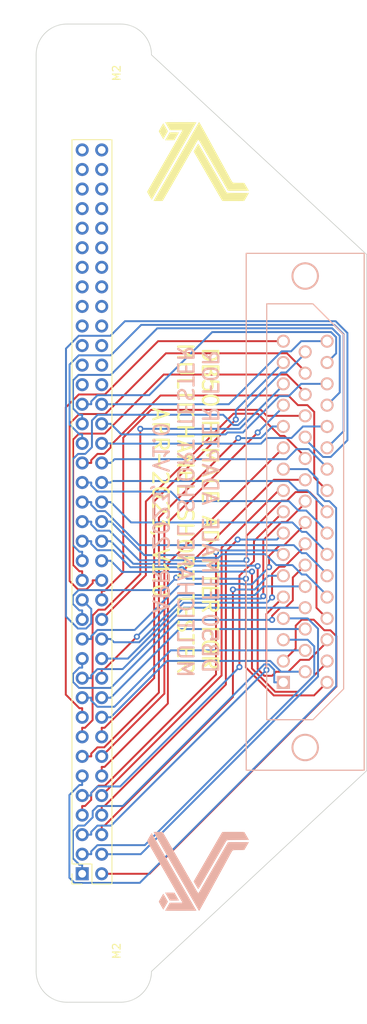
<source format=kicad_pcb>
(kicad_pcb (version 20221018) (generator pcbnew)
  (layers (0 "F.Cu" signal) (31 "B.Cu" signal) (34 "B.Paste" user) (35 "F.Paste" user) (36 "B.SilkS" user "B.Silkscreen") (37 "F.SilkS" user "F.Silkscreen") (38 "B.Mask" user) (39 "F.Mask" user) (44 "Edge.Cuts" user))
  (net 0 "")
  (net 1 "CH01")
  (net 2 "CH02")
  (net 3 "CH03")
  (net 4 "CH04")
  (net 5 "CH05")
  (net 6 "CH06")
  (net 7 "CH07")
  (net 8 "CH08")
  (net 9 "CH09")
  (net 10 "CH10")
  (net 11 "CH11")
  (net 12 "CH12")
  (net 13 "CH13")
  (net 14 "CH14")
  (net 15 "CH15")
  (net 16 "CH16")
  (net 17 "CH17")
  (net 18 "CH18")
  (net 19 "CH19")
  (net 20 "CH20")
  (net 21 "CH21")
  (net 22 "CH22")
  (net 23 "CH23")
  (net 24 "CH24")
  (net 25 "CH25")
  (net 26 "CH26")
  (net 27 "CH27")
  (net 28 "CH28")
  (net 29 "CH29")
  (net 30 "CH30")
  (net 31 "CH31")
  (net 32 "CH32")
  (net 33 "CH33")
  (net 34 "CH34")
  (net 35 "CH35")
  (net 36 "CH36")
  (net 37 "CH37")
  (net 38 "CH38")
  (net 39 "CH39")
  (net 40 "CH40")
  (net 41 "CH41")
  (net 42 "CH42")
  (net 43 "CH43")
  (net 44 "CH44")
  (net 45 "CH45")
  (net 46 "CH46")
  (net 47 "CH47")
  (net 48 "CH48")
  (net 49 "CH49")
  (net 50 "CH50")
  (net 51 "CH51")
  (net 52 "CH52")
  (net 53 "CH53")
  (net 54 "CH54")
  (net 55 "CH55")
  (net 56 "CH56")
  (net 57 "CH57")
  (net 58 "CH58")
  (net 59 "CH59")
  (net 60 "CH60")
  (net 61 "CH61")
  (net 62 "CH62")
  (net 63 "CH63")
  (net 64 "CH64")
  (net 65 "CH65")
  (net 66 "CH66")
  (net 67 "CH67")
  (net 68 "CH68")
  (net 69 "CH69")
  (net 70 "CH70")
  (net 71 "CH71")
  (net 72 "CH72")
  (net 73 "CH73")
  (net 74 "CH74")
  (net 75 "CH75")
  (net 76 "CH76")
  (footprint "MountingHole:MountingHole_2.2mm_M2" (layer "F.Cu") (at 105.275 34.43 -90)
    (fp_text reference "M2")
    (fp_text value "MountingHole_2.2mm_M2")
  )
  (footprint "MountingHole:MountingHole_2.2mm_M2" (layer "F.Cu") (at 105.275 148.41 -90)
    (fp_text reference "M2")
    (fp_text value "MountingHole_2.2mm_M2")
  )
  (footprint "Connector_PinSocket_2.54mm:PinSocket_2x38_P2.54mm_Vertical" (layer "F.Cu") (at 104 138.393 180)
    (fp_text reference "J1" hide)
    (fp_text value "Conn_02x38_Counter_Clockwise")
  )
  (footprint "skLib:lamda15mm" (layer "F.Cu") (at 119 46)
    (fp_text reference "G***" hide)
    (fp_text value "LOGO" hide)
  )
  (footprint "skLib:DB50-female" (layer "B.Cu") (at 133 91.393 -90)
    (fp_text reference "J2" hide)
    (fp_text value "Conn_02x25_Counter_Clockwise" hide)
  )
  (footprint "skLib:lamda15mm" (layer "B.Cu") (at 119 138)
    (fp_text reference "G***" hide)
    (fp_text value "LOGO" hide)
  )
  (gr_line (start 134 64.393) (end 128 64.393) (stroke (width 0.15)) (layer "B.SilkS"))
  (gr_line (start 128 118.393) (end 134 118.393) (stroke (width 0.15)) (layer "B.SilkS"))
  (gr_line (start 138 114.393) (end 138 68.393) (stroke (width 0.15)) (layer "B.SilkS"))
  (gr_line (start 128 64.393) (end 128 118.393) (stroke (width 0.15)) (layer "B.SilkS"))
  (gr_line (start 138 68.393) (end 134 64.393) (stroke (width 0.15)) (layer "B.SilkS"))
  (gr_line (start 134 118.393) (end 138 114.393) (stroke (width 0.15)) (layer "B.SilkS"))
  (gr_line (start 141 58) (end 141 125) (stroke (width 0.1)) (layer "Edge.Cuts"))
  (gr_arc (start 102.01 155.07) (mid 99.181573 153.898427) (end 98.01 151.07) (stroke (width 0.1)) (layer "Edge.Cuts"))
  (gr_line (start 98.01 32.07) (end 98.01 151.07) (stroke (width 0.1)) (layer "Edge.Cuts"))
  (gr_line (start 109.01 28.07) (end 102.01 28.07) (stroke (width 0.1)) (layer "Edge.Cuts"))
  (gr_line (start 141 125) (end 113.01 151.07) (stroke (width 0.1)) (layer "Edge.Cuts"))
  (gr_line (start 109.01 155.07) (end 102.01 155.07) (stroke (width 0.1)) (layer "Edge.Cuts"))
  (gr_line (start 113.01 32.07) (end 141 58) (stroke (width 0.1)) (layer "Edge.Cuts"))
  (gr_arc (start 109.01 28.07) (mid 111.838427 29.241573) (end 113.01 32.07) (stroke (width 0.1)) (layer "Edge.Cuts"))
  (gr_arc (start 113.01 151.07) (mid 111.838427 153.898427) (end 109.01 155.07) (stroke (width 0.1)) (layer "Edge.Cuts"))
  (gr_arc (start 98.01 32.07) (mid 99.181573 29.241573) (end 102.01 28.07) (stroke (width 0.1)) (layer "Edge.Cuts"))
  (gr_text "DB50 FEMALE ADAPTER FOR\nMULTICHANEL SHORT TESTER\nAPR-2023, V1.0 " (at 113 91.393 270) (layer "B.SilkS") (effects (font (size 2 2) (thickness 0.3)) (justify bottom mirror)))
  (gr_text "DB50 FEMALE ADAPTER FOR\nMULTICHANEL SHORT TESTER\nAPR-2023, V1.0 " (at 113 91 -90) (layer "F.SilkS") (effects (font (size 2 2) (thickness 0.3)) (justify bottom)))
  (segment (start 104 138.393) (end 104 137.2179) (width 0.25) (layer "B.Cu") (net 1))
  (segment (start 104.2992 132.1379) (end 103.49 132.1379) (width 0.25) (layer "B.Cu") (net 1))
  (segment (start 105.3648 131.0723) (end 104.2992 132.1379) (width 0.25) (layer "B.Cu") (net 1))
  (segment (start 128.2637 111.207) (end 127.6631 111.207) (width 0.25) (layer "B.Cu") (net 1))
  (segment (start 102.7974 136.3825) (end 103.6328 137.2179) (width 0.25) (layer "B.Cu") (net 1))
  (segment (start 128.9792 113.5418) (end 128.9792 111.9225) (width 0.25) (layer "B.Cu") (net 1))
  (segment (start 102.7974 132.8305) (end 102.7974 136.3825) (width 0.25) (layer "B.Cu") (net 1))
  (segment (start 128.9792 111.9225) (end 128.2637 111.207) (width 0.25) (layer "B.Cu") (net 1))
  (segment (start 105.3648 130.2471) (end 105.3648 131.0723) (width 0.25) (layer "B.Cu") (net 1))
  (segment (start 103.49 132.1379) (end 102.7974 132.8305) (width 0.25) (layer "B.Cu") (net 1))
  (segment (start 106.0182 129.5937) (end 105.3648 130.2471) (width 0.25) (layer "B.Cu") (net 1))
  (segment (start 109.2764 129.5937) (end 106.0182 129.5937) (width 0.25) (layer "B.Cu") (net 1))
  (segment (start 127.6631 111.207) (end 109.2764 129.5937) (width 0.25) (layer "B.Cu") (net 1))
  (segment (start 130.1552 113.5418) (end 128.9792 113.5418) (width 0.25) (layer "B.Cu") (net 1))
  (segment (start 103.6328 137.2179) (end 104 137.2179) (width 0.25) (layer "B.Cu") (net 1))
  (segment (start 134.1068 105.4021) (end 132.544 105.4021) (width 0.25) (layer "F.Cu") (net 2))
  (segment (start 137.0617 107.5584) (end 136.2829 106.7796) (width 0.25) (layer "F.Cu") (net 2))
  (segment (start 136.2829 106.7796) (end 135.4843 106.7796) (width 0.25) (layer "F.Cu") (net 2))
  (segment (start 132.544 105.4021) (end 131.766 106.1801) (width 0.25) (layer "F.Cu") (net 2))
  (segment (start 131.766 106.1801) (end 131.766 109.1624) (width 0.25) (layer "F.Cu") (net 2))
  (segment (start 112.7486 138.393) (end 137.0617 114.0799) (width 0.25) (layer "F.Cu") (net 2))
  (segment (start 131.766 109.1624) (end 130.1552 110.7732) (width 0.25) (layer "F.Cu") (net 2))
  (segment (start 137.0617 114.0799) (end 137.0617 107.5584) (width 0.25) (layer "F.Cu") (net 2))
  (segment (start 106.54 138.393) (end 112.7486 138.393) (width 0.25) (layer "F.Cu") (net 2))
  (segment (start 135.4843 106.7796) (end 134.1068 105.4021) (width 0.25) (layer "F.Cu") (net 2))
  (segment (start 112.1451 134.6779) (end 134.181 112.642) (width 0.25) (layer "B.Cu") (net 3))
  (segment (start 134.181 112.642) (end 134.181 108.865) (width 0.25) (layer "B.Cu") (net 3))
  (segment (start 105.9829 134.6779) (end 112.1451 134.6779) (width 0.25) (layer "B.Cu") (net 3))
  (segment (start 104 135.853) (end 105.1751 135.853) (width 0.25) (layer "B.Cu") (net 3))
  (segment (start 133.3206 108.0046) (end 130.1552 108.0046) (width 0.25) (layer "B.Cu") (net 3))
  (segment (start 105.1751 135.853) (end 105.1751 135.4857) (width 0.25) (layer "B.Cu") (net 3))
  (segment (start 134.181 108.865) (end 133.3206 108.0046) (width 0.25) (layer "B.Cu") (net 3))
  (segment (start 105.1751 135.4857) (end 105.9829 134.6779) (width 0.25) (layer "B.Cu") (net 3))
  (segment (start 134.6686 106.577) (end 133.3276 105.236) (width 0.25) (layer "B.Cu") (net 4))
  (segment (start 106.54 135.853) (end 111.6102 135.853) (width 0.25) (layer "B.Cu") (net 4))
  (segment (start 133.3276 105.236) (end 130.1552 105.236) (width 0.25) (layer "B.Cu") (net 4))
  (segment (start 111.6102 135.853) (end 134.6686 112.7946) (width 0.25) (layer "B.Cu") (net 4))
  (segment (start 134.6686 112.7946) (end 134.6686 106.577) (width 0.25) (layer "B.Cu") (net 4))
  (segment (start 127.9633 111.9321) (end 127.9633 104.6593) (width 0.25) (layer "F.Cu") (net 5))
  (segment (start 127.9633 104.6593) (end 130.1552 102.4674) (width 0.25) (layer "F.Cu") (net 5))
  (via (at 127.9633 111.9321) (size 0.8) (drill 0.4) (layers "F.Cu" "B.Cu") (net 5))
  (segment (start 105.9829 132.1379) (end 107.7575 132.1379) (width 0.25) (layer "B.Cu") (net 5))
  (segment (start 105.1751 133.313) (end 105.1751 132.9457) (width 0.25) (layer "B.Cu") (net 5))
  (segment (start 104 133.313) (end 105.1751 133.313) (width 0.25) (layer "B.Cu") (net 5))
  (segment (start 107.7575 132.1379) (end 127.9633 111.9321) (width 0.25) (layer "B.Cu") (net 5))
  (segment (start 105.1751 132.9457) (end 105.9829 132.1379) (width 0.25) (layer "B.Cu") (net 5))
  (segment (start 106.54 132.1379) (end 106.9072 132.1379) (width 0.25) (layer "F.Cu") (net 6))
  (segment (start 106.54 133.313) (end 106.54 132.1379) (width 0.25) (layer "F.Cu") (net 6))
  (segment (start 123.6012 115.4439) (end 123.6012 101.4887) (width 0.25) (layer "F.Cu") (net 6))
  (segment (start 106.9072 132.1379) (end 123.6012 115.4439) (width 0.25) (layer "F.Cu") (net 6))
  (via (at 123.6012 101.4887) (size 0.8) (drill 0.4) (layers "F.Cu" "B.Cu") (net 6))
  (segment (start 123.6012 101.4887) (end 126.4257 101.4887) (width 0.25) (layer "B.Cu") (net 6))
  (segment (start 126.4257 101.4887) (end 128.2156 99.6988) (width 0.25) (layer "B.Cu") (net 6))
  (segment (start 128.2156 99.6988) (end 130.1552 99.6988) (width 0.25) (layer "B.Cu") (net 6))
  (segment (start 105.1751 128.7901) (end 104.3673 129.5979) (width 0.25) (layer "F.Cu") (net 7))
  (segment (start 121.3996 112.5217) (end 106.9583 126.963) (width 0.25) (layer "F.Cu") (net 7))
  (segment (start 106.1091 126.963) (end 105.1751 127.897) (width 0.25) (layer "F.Cu") (net 7))
  (segment (start 121.3996 96.6451) (end 121.3996 112.5217) (width 0.25) (layer "F.Cu") (net 7))
  (segment (start 106.9583 126.963) (end 106.1091 126.963) (width 0.25) (layer "F.Cu") (net 7))
  (segment (start 105.1751 127.897) (end 105.1751 128.7901) (width 0.25) (layer "F.Cu") (net 7))
  (segment (start 104 130.773) (end 104 129.5979) (width 0.25) (layer "F.Cu") (net 7))
  (segment (start 104.3673 129.5979) (end 104 129.5979) (width 0.25) (layer "F.Cu") (net 7))
  (via (at 121.3996 96.6451) (size 0.8) (drill 0.4) (layers "F.Cu" "B.Cu") (net 7))
  (segment (start 121.3996 96.6451) (end 121.6344 96.4103) (width 0.25) (layer "B.Cu") (net 7))
  (segment (start 121.6344 96.4103) (end 129.6353 96.4103) (width 0.25) (layer "B.Cu") (net 7))
  (segment (start 129.6353 96.4103) (end 130.1552 96.9302) (width 0.25) (layer "B.Cu") (net 7))
  (segment (start 106.54 130.773) (end 106.54 129.5979) (width 0.25) (layer "F.Cu") (net 8))
  (segment (start 122.685 113.8201) (end 106.9072 129.5979) (width 0.25) (layer "F.Cu") (net 8))
  (segment (start 106.9072 129.5979) (end 106.54 129.5979) (width 0.25) (layer "F.Cu") (net 8))
  (segment (start 124.2181 95.0002) (end 122.685 96.5333) (width 0.25) (layer "F.Cu") (net 8))
  (segment (start 122.685 96.5333) (end 122.685 113.8201) (width 0.25) (layer "F.Cu") (net 8))
  (via (at 124.2181 95.0002) (size 0.8) (drill 0.4) (layers "F.Cu" "B.Cu") (net 8))
  (segment (start 124.2181 95.0002) (end 129.3166 95.0002) (width 0.25) (layer "B.Cu") (net 8))
  (segment (start 129.3166 95.0002) (end 130.1552 94.1616) (width 0.25) (layer "B.Cu") (net 8))
  (segment (start 124.4489 99.6832) (end 126.3397 97.7924) (width 0.25) (layer "F.Cu") (net 9))
  (segment (start 124.4489 111.5531) (end 124.4489 99.6832) (width 0.25) (layer "F.Cu") (net 9))
  (segment (start 126.3397 95.2085) (end 130.1552 91.393) (width 0.25) (layer "F.Cu") (net 9))
  (segment (start 126.3397 97.7924) (end 126.3397 95.2085) (width 0.25) (layer "F.Cu") (net 9))
  (via (at 124.4489 111.5531) (size 0.8) (drill 0.4) (layers "F.Cu" "B.Cu") (net 9))
  (segment (start 104 128.233) (end 105.1751 128.233) (width 0.25) (layer "B.Cu") (net 9))
  (segment (start 105.1751 127.8657) (end 105.9829 127.0579) (width 0.25) (layer "B.Cu") (net 9))
  (segment (start 108.9441 127.0579) (end 124.4489 111.5531) (width 0.25) (layer "B.Cu") (net 9))
  (segment (start 105.9829 127.0579) (end 108.9441 127.0579) (width 0.25) (layer "B.Cu") (net 9))
  (segment (start 105.1751 128.233) (end 105.1751 127.8657) (width 0.25) (layer "B.Cu") (net 9))
  (segment (start 122.1247 112.6483) (end 106.54 128.233) (width 0.25) (layer "F.Cu") (net 10))
  (segment (start 129.5445 88.6244) (end 122.1247 96.0442) (width 0.25) (layer "F.Cu") (net 10))
  (segment (start 122.1247 96.0442) (end 122.1247 112.6483) (width 0.25) (layer "F.Cu") (net 10))
  (segment (start 130.1552 88.6244) (end 129.5445 88.6244) (width 0.25) (layer "F.Cu") (net 10))
  (segment (start 137.0253 114.0343) (end 137.0253 90.9012) (width 0.25) (layer "B.Cu") (net 11))
  (segment (start 111.4914 139.5682) (end 137.0253 114.0343) (width 0.25) (layer "B.Cu") (net 11))
  (segment (start 102.9951 139.5682) (end 111.4914 139.5682) (width 0.25) (layer "B.Cu") (net 11))
  (segment (start 104 125.693) (end 104 126.8681) (width 0.25) (layer "B.Cu") (net 11))
  (segment (start 104 126.8681) (end 103.6328 126.8681) (width 0.25) (layer "B.Cu") (net 11))
  (segment (start 103.6328 126.8681) (end 102.3368 128.1641) (width 0.25) (layer "B.Cu") (net 11))
  (segment (start 134.6108 89.0646) (end 134.6108 87.1393) (width 0.25) (layer "B.Cu") (net 11))
  (segment (start 133.3273 85.8558) (end 130.1552 85.8558) (width 0.25) (layer "B.Cu") (net 11))
  (segment (start 102.3368 138.9099) (end 102.9951 139.5682) (width 0.25) (layer "B.Cu") (net 11))
  (segment (start 134.6108 87.1393) (end 133.3273 85.8558) (width 0.25) (layer "B.Cu") (net 11))
  (segment (start 135.5549 90.0087) (end 134.6108 89.0646) (width 0.25) (layer "B.Cu") (net 11))
  (segment (start 136.1328 90.0087) (end 135.5549 90.0087) (width 0.25) (layer "B.Cu") (net 11))
  (segment (start 102.3368 128.1641) (end 102.3368 138.9099) (width 0.25) (layer "B.Cu") (net 11))
  (segment (start 137.0253 90.9012) (end 136.1328 90.0087) (width 0.25) (layer "B.Cu") (net 11))
  (segment (start 115.1392 98.1032) (end 130.1552 83.0872) (width 0.25) (layer "F.Cu") (net 12))
  (segment (start 106.54 124.5179) (end 106.9072 124.5179) (width 0.25) (layer "F.Cu") (net 12))
  (segment (start 106.9072 124.5179) (end 115.1392 116.2859) (width 0.25) (layer "F.Cu") (net 12))
  (segment (start 115.1392 116.2859) (end 115.1392 98.1032) (width 0.25) (layer "F.Cu") (net 12))
  (segment (start 106.54 125.693) (end 106.54 124.5179) (width 0.25) (layer "F.Cu") (net 12))
  (segment (start 104 123.153) (end 105.1751 123.153) (width 0.25) (layer "F.Cu") (net 13))
  (segment (start 105.1751 122.7857) (end 105.9829 121.9779) (width 0.25) (layer "F.Cu") (net 13))
  (segment (start 105.9829 121.9779) (end 106.8634 121.9779) (width 0.25) (layer "F.Cu") (net 13))
  (segment (start 113.9753 114.866) (end 113.9753 92.1545) (width 0.25) (layer "F.Cu") (net 13))
  (segment (start 113.9753 92.1545) (end 124.3041 81.8257) (width 0.25) (layer "F.Cu") (net 13))
  (segment (start 105.1751 123.153) (end 105.1751 122.7857) (width 0.25) (layer "F.Cu") (net 13))
  (segment (start 106.8634 121.9779) (end 113.9753 114.866) (width 0.25) (layer "F.Cu") (net 13))
  (via (at 124.3041 81.8257) (size 0.8) (drill 0.4) (layers "F.Cu" "B.Cu") (net 13))
  (segment (start 127.2285 81.8257) (end 124.3041 81.8257) (width 0.25) (layer "B.Cu") (net 13))
  (segment (start 128.7356 80.3186) (end 127.2285 81.8257) (width 0.25) (layer "B.Cu") (net 13))
  (segment (start 130.1552 80.3186) (end 128.7356 80.3186) (width 0.25) (layer "B.Cu") (net 13))
  (segment (start 114.689 115.004) (end 114.689 93.2355) (width 0.25) (layer "F.Cu") (net 14))
  (segment (start 106.54 123.153) (end 114.689 115.004) (width 0.25) (layer "F.Cu") (net 14))
  (segment (start 114.689 93.2355) (end 126.8243 81.1002) (width 0.25) (layer "F.Cu") (net 14))
  (via (at 126.8243 81.1002) (size 0.8) (drill 0.4) (layers "F.Cu" "B.Cu") (net 14))
  (segment (start 130.1552 77.7693) (end 126.8243 81.1002) (width 0.25) (layer "B.Cu") (net 14))
  (segment (start 130.1552 77.55) (end 130.1552 77.7693) (width 0.25) (layer "B.Cu") (net 14))
  (segment (start 104 120.613) (end 104 119.4379) (width 0.25) (layer "F.Cu") (net 15))
  (segment (start 105.3513 104.8608) (end 106.1091 104.103) (width 0.25) (layer "F.Cu") (net 15))
  (segment (start 105.3513 118.4539) (end 105.3513 104.8608) (width 0.25) (layer "F.Cu") (net 15))
  (segment (start 111.5609 99.4947) (end 111.5609 80.6227) (width 0.25) (layer "F.Cu") (net 15))
  (segment (start 106.9526 104.103) (end 111.5609 99.4947) (width 0.25) (layer "F.Cu") (net 15))
  (segment (start 104 119.4379) (end 104.3673 119.4379) (width 0.25) (layer "F.Cu") (net 15))
  (segment (start 106.1091 104.103) (end 106.9526 104.103) (width 0.25) (layer "F.Cu") (net 15))
  (segment (start 104.3673 119.4379) (end 105.3513 118.4539) (width 0.25) (layer "F.Cu") (net 15))
  (via (at 111.5609 80.6227) (size 0.8) (drill 0.4) (layers "F.Cu" "B.Cu") (net 15))
  (segment (start 130.1552 74.9537) (end 130.1552 74.7814) (width 0.25) (layer "B.Cu") (net 15))
  (segment (start 111.5609 80.6227) (end 124.4862 80.6227) (width 0.25) (layer "B.Cu") (net 15))
  (segment (start 124.4862 80.6227) (end 130.1552 74.9537) (width 0.25) (layer "B.Cu") (net 15))
  (segment (start 113.3637 112.9814) (end 113.3637 90.0238) (width 0.25) (layer "F.Cu") (net 16))
  (segment (start 106.54 120.613) (end 106.54 119.4379) (width 0.25) (layer "F.Cu") (net 16))
  (segment (start 106.54 119.4379) (end 106.9072 119.4379) (width 0.25) (layer "F.Cu") (net 16))
  (segment (start 113.3637 90.0238) (end 123.9748 79.4127) (width 0.25) (layer "F.Cu") (net 16))
  (segment (start 106.9072 119.4379) (end 113.3637 112.9814) (width 0.25) (layer "F.Cu") (net 16))
  (via (at 123.9748 79.4127) (size 0.8) (drill 0.4) (layers "F.Cu" "B.Cu") (net 16))
  (segment (start 123.9748 78.1932) (end 130.1552 72.0128) (width 0.25) (layer "B.Cu") (net 16))
  (segment (start 123.9748 79.4127) (end 123.9748 78.1932) (width 0.25) (layer "B.Cu") (net 16))
  (segment (start 106.9533 76.163) (end 113.8721 69.2442) (width 0.25) (layer "F.Cu") (net 17))
  (segment (start 104 118.073) (end 104 116.8979) (width 0.25) (layer "F.Cu") (net 17))
  (segment (start 101.865 115.1301) (end 101.865 77.8512) (width 0.25) (layer "F.Cu") (net 17))
  (segment (start 101.865 77.8512) (end 103.5532 76.163) (width 0.25) (layer "F.Cu") (net 17))
  (segment (start 104 116.8979) (end 103.6328 116.8979) (width 0.25) (layer "F.Cu") (net 17))
  (segment (start 103.6328 116.8979) (end 101.865 115.1301) (width 0.25) (layer "F.Cu") (net 17))
  (segment (start 113.8721 69.2442) (end 130.1552 69.2442) (width 0.25) (layer "F.Cu") (net 17))
  (segment (start 103.5532 76.163) (end 106.9533 76.163) (width 0.25) (layer "F.Cu") (net 17))
  (segment (start 129.8508 112.1575) (end 133 112.1575) (width 0.25) (layer "B.Cu") (net 18))
  (segment (start 115.0312 110.7569) (end 128.4502 110.7569) (width 0.25) (layer "B.Cu") (net 18))
  (segment (start 106.54 118.073) (end 107.7151 118.073) (width 0.25) (layer "B.Cu") (net 18))
  (segment (start 107.7151 118.073) (end 115.0312 110.7569) (width 0.25) (layer "B.Cu") (net 18))
  (segment (start 128.4502 110.7569) (end 129.8508 112.1575) (width 0.25) (layer "B.Cu") (net 18))
  (segment (start 105.1751 115.533) (end 105.1751 115.9002) (width 0.25) (layer "B.Cu") (net 19))
  (segment (start 105.9837 116.7088) (end 108.1855 116.7088) (width 0.25) (layer "B.Cu") (net 19))
  (segment (start 104 115.533) (end 105.1751 115.533) (width 0.25) (layer "B.Cu") (net 19))
  (segment (start 105.1751 115.9002) (end 105.9837 116.7088) (width 0.25) (layer "B.Cu") (net 19))
  (segment (start 115.5054 109.3889) (end 133 109.3889) (width 0.25) (layer "B.Cu") (net 19))
  (segment (start 108.1855 116.7088) (end 115.5054 109.3889) (width 0.25) (layer "B.Cu") (net 19))
  (segment (start 107.7151 115.533) (end 116.6278 106.6203) (width 0.25) (layer "B.Cu") (net 20))
  (segment (start 106.54 115.533) (end 107.7151 115.533) (width 0.25) (layer "B.Cu") (net 20))
  (segment (start 116.6278 106.6203) (end 133 106.6203) (width 0.25) (layer "B.Cu") (net 20))
  (segment (start 104 112.993) (end 105.1751 112.993) (width 0.25) (layer "B.Cu") (net 21))
  (segment (start 105.9829 111.8179) (end 109.2699 111.8179) (width 0.25) (layer "B.Cu") (net 21))
  (segment (start 117.2361 103.8517) (end 133 103.8517) (width 0.25) (layer "B.Cu") (net 21))
  (segment (start 105.1751 112.6257) (end 105.9829 111.8179) (width 0.25) (layer "B.Cu") (net 21))
  (segment (start 109.2699 111.8179) (end 117.2361 103.8517) (width 0.25) (layer "B.Cu") (net 21))
  (segment (start 105.1751 112.993) (end 105.1751 112.6257) (width 0.25) (layer "B.Cu") (net 21))
  (segment (start 106.54 112.993) (end 106.54 111.8179) (width 0.25) (layer "F.Cu") (net 22))
  (segment (start 106.9038 111.8179) (end 111.1102 107.6115) (width 0.25) (layer "F.Cu") (net 22))
  (segment (start 106.54 111.8179) (end 106.9038 111.8179) (width 0.25) (layer "F.Cu") (net 22))
  (via (at 111.1102 107.6115) (size 0.8) (drill 0.4) (layers "F.Cu" "B.Cu") (net 22))
  (segment (start 126.4456 102.2138) (end 127.5763 101.0831) (width 0.25) (layer "B.Cu") (net 22))
  (segment (start 111.1102 107.6115) (end 116.5079 102.2138) (width 0.25) (layer "B.Cu") (net 22))
  (segment (start 116.5079 102.2138) (end 126.4456 102.2138) (width 0.25) (layer "B.Cu") (net 22))
  (segment (start 127.5763 101.0831) (end 133 101.0831) (width 0.25) (layer "B.Cu") (net 22))
  (segment (start 128.6963 105.427) (end 128.6963 104.9115) (width 0.25) (layer "F.Cu") (net 23))
  (segment (start 131.3893 99.9252) (end 133 98.3145) (width 0.25) (layer "F.Cu") (net 23))
  (segment (start 129.7561 103.8517) (end 130.445 103.8517) (width 0.25) (layer "F.Cu") (net 23))
  (segment (start 131.3893 102.9074) (end 131.3893 99.9252) (width 0.25) (layer "F.Cu") (net 23))
  (segment (start 130.445 103.8517) (end 131.3893 102.9074) (width 0.25) (layer "F.Cu") (net 23))
  (segment (start 128.6963 104.9115) (end 129.7561 103.8517) (width 0.25) (layer "F.Cu") (net 23))
  (via (at 128.6963 105.427) (size 0.8) (drill 0.4) (layers "F.Cu" "B.Cu") (net 23))
  (segment (start 104 110.453) (end 104 111.6281) (width 0.25) (layer "B.Cu") (net 23))
  (segment (start 103.6328 111.6281) (end 102.8067 112.4542) (width 0.25) (layer "B.Cu") (net 23))
  (segment (start 102.8067 112.4542) (end 102.8067 113.4851) (width 0.25) (layer "B.Cu") (net 23))
  (segment (start 116.5512 105.427) (end 128.6963 105.427) (width 0.25) (layer "B.Cu") (net 23))
  (segment (start 103.5846 114.263) (end 107.7152 114.263) (width 0.25) (layer "B.Cu") (net 23))
  (segment (start 107.7152 114.263) (end 116.5512 105.427) (width 0.25) (layer "B.Cu") (net 23))
  (segment (start 102.8067 113.4851) (end 103.5846 114.263) (width 0.25) (layer "B.Cu") (net 23))
  (segment (start 104 111.6281) (end 103.6328 111.6281) (width 0.25) (layer "B.Cu") (net 23))
  (segment (start 129.6221 98.5227) (end 130.3022 98.5227) (width 0.25) (layer "F.Cu") (net 24))
  (segment (start 130.3022 98.5227) (end 133 95.8249) (width 0.25) (layer "F.Cu") (net 24))
  (segment (start 128.6937 99.4511) (end 129.6221 98.5227) (width 0.25) (layer "F.Cu") (net 24))
  (segment (start 128.6937 102.5206) (end 128.6937 99.4511) (width 0.25) (layer "F.Cu") (net 24))
  (segment (start 133 95.8249) (end 133 95.5459) (width 0.25) (layer "F.Cu") (net 24))
  (via (at 128.6937 102.5206) (size 0.8) (drill 0.4) (layers "F.Cu" "B.Cu") (net 24))
  (segment (start 128.0108 103.2035) (end 128.6937 102.5206) (width 0.25) (layer "B.Cu") (net 24))
  (segment (start 107.7151 110.453) (end 109.9308 110.453) (width 0.25) (layer "B.Cu") (net 24))
  (segment (start 117.1803 103.2035) (end 128.0108 103.2035) (width 0.25) (layer "B.Cu") (net 24))
  (segment (start 109.9308 110.453) (end 117.1803 103.2035) (width 0.25) (layer "B.Cu") (net 24))
  (segment (start 106.54 110.453) (end 107.7151 110.453) (width 0.25) (layer "B.Cu") (net 24))
  (segment (start 128.3048 97.1144) (end 128.3048 98.584) (width 0.25) (layer "F.Cu") (net 25))
  (segment (start 129.6651 95.7541) (end 128.3048 97.1144) (width 0.25) (layer "F.Cu") (net 25))
  (segment (start 133 92.9991) (end 130.245 95.7541) (width 0.25) (layer "F.Cu") (net 25))
  (segment (start 130.245 95.7541) (end 129.6651 95.7541) (width 0.25) (layer "F.Cu") (net 25))
  (segment (start 133 92.7773) (end 133 92.9991) (width 0.25) (layer "F.Cu") (net 25))
  (via (at 128.3048 98.584) (size 0.8) (drill 0.4) (layers "F.Cu" "B.Cu") (net 25))
  (segment (start 105.1751 107.5457) (end 105.9829 106.7379) (width 0.25) (layer "B.Cu") (net 25))
  (segment (start 105.1751 107.913) (end 105.1751 107.5457) (width 0.25) (layer "B.Cu") (net 25))
  (segment (start 124.9447 100.7586) (end 124.9963 100.8102) (width 0.25) (layer "B.Cu") (net 25))
  (segment (start 126.0786 100.8102) (end 128.3048 98.584) (width 0.25) (layer "B.Cu") (net 25))
  (segment (start 116.8084 100.7586) (end 124.9447 100.7586) (width 0.25) (layer "B.Cu") (net 25))
  (segment (start 104 107.913) (end 105.1751 107.913) (width 0.25) (layer "B.Cu") (net 25))
  (segment (start 110.8291 106.7379) (end 116.8084 100.7586) (width 0.25) (layer "B.Cu") (net 25))
  (segment (start 105.9829 106.7379) (end 110.8291 106.7379) (width 0.25) (layer "B.Cu") (net 25))
  (segment (start 124.9963 100.8102) (end 126.0786 100.8102) (width 0.25) (layer "B.Cu") (net 25))
  (segment (start 130.5512 92.7194) (end 133 90.2706) (width 0.25) (layer "F.Cu") (net 26))
  (segment (start 129.9269 92.7194) (end 130.5512 92.7194) (width 0.25) (layer "F.Cu") (net 26))
  (segment (start 127.5535 95.0928) (end 129.9269 92.7194) (width 0.25) (layer "F.Cu") (net 26))
  (segment (start 127.5535 102.3567) (end 127.5535 95.0928) (width 0.25) (layer "F.Cu") (net 26))
  (segment (start 133 90.2706) (end 133 90.0087) (width 0.25) (layer "F.Cu") (net 26))
  (via (at 127.5535 102.3567) (size 0.8) (drill 0.4) (layers "F.Cu" "B.Cu") (net 26))
  (segment (start 111.4105 108.3366) (end 117.0832 102.6639) (width 0.25) (layer "B.Cu") (net 26))
  (segment (start 117.0832 102.6639) (end 127.2463 102.6639) (width 0.25) (layer "B.Cu") (net 26))
  (segment (start 108.1387 108.3366) (end 111.4105 108.3366) (width 0.25) (layer "B.Cu") (net 26))
  (segment (start 127.2463 102.6639) (end 127.5535 102.3567) (width 0.25) (layer "B.Cu") (net 26))
  (segment (start 107.7151 107.913) (end 108.1387 108.3366) (width 0.25) (layer "B.Cu") (net 26))
  (segment (start 106.54 107.913) (end 107.7151 107.913) (width 0.25) (layer "B.Cu") (net 26))
  (segment (start 128.9319 87.2401) (end 133 87.2401) (width 0.25) (layer "F.Cu") (net 27))
  (segment (start 116.2268 99.9452) (end 128.9319 87.2401) (width 0.25) (layer "F.Cu") (net 27))
  (via (at 116.2268 99.9452) (size 0.8) (drill 0.4) (layers "F.Cu" "B.Cu") (net 27))
  (segment (start 103.6328 104.1979) (end 102.7722 103.3373) (width 0.25) (layer "B.Cu") (net 27))
  (segment (start 114.609 101.563) (end 116.2268 99.9452) (width 0.25) (layer "B.Cu") (net 27))
  (segment (start 104 104.1979) (end 103.6328 104.1979) (width 0.25) (layer "B.Cu") (net 27))
  (segment (start 102.7722 102.3196) (end 103.5288 101.563) (width 0.25) (layer "B.Cu") (net 27))
  (segment (start 103.5288 101.563) (end 114.609 101.563) (width 0.25) (layer "B.Cu") (net 27))
  (segment (start 102.7722 103.3373) (end 102.7722 102.3196) (width 0.25) (layer "B.Cu") (net 27))
  (segment (start 104 105.373) (end 104 104.1979) (width 0.25) (layer "B.Cu") (net 27))
  (segment (start 106.54 105.373) (end 112.2796 99.6334) (width 0.25) (layer "F.Cu") (net 28))
  (segment (start 130.2939 81.5436) (end 133 84.2497) (width 0.25) (layer "F.Cu") (net 28))
  (segment (start 129.7172 81.5436) (end 130.2939 81.5436) (width 0.25) (layer "F.Cu") (net 28))
  (segment (start 123.6675 78.665) (end 126.8386 78.665) (width 0.25) (layer "F.Cu") (net 28))
  (segment (start 112.2796 99.6334) (end 112.2796 90.0529) (width 0.25) (layer "F.Cu") (net 28))
  (segment (start 126.8386 78.665) (end 129.7172 81.5436) (width 0.25) (layer "F.Cu") (net 28))
  (segment (start 133 84.2497) (end 133 84.4715) (width 0.25) (layer "F.Cu") (net 28))
  (segment (start 112.2796 90.0529) (end 123.6675 78.665) (width 0.25) (layer "F.Cu") (net 28))
  (segment (start 101.8937 70.2025) (end 101.8937 104.998) (width 0.25) (layer "B.Cu") (net 29))
  (segment (start 109.5578 66.6513) (end 107.6661 68.543) (width 0.25) (layer "B.Cu") (net 29))
  (segment (start 133 81.9588) (end 135.3194 84.2782) (width 0.25) (layer "B.Cu") (net 29))
  (segment (start 138.4945 68.1848) (end 136.961 66.6513) (width 0.25) (layer "B.Cu") (net 29))
  (segment (start 105.1852 105.8719) (end 105.1852 104.0182) (width 0.25) (layer "B.Cu") (net 29))
  (segment (start 103.5532 68.543) (end 101.8937 70.2025) (width 0.25) (layer "B.Cu") (net 29))
  (segment (start 107.6661 68.543) (end 103.5532 68.543) (width 0.25) (layer "B.Cu") (net 29))
  (segment (start 101.8937 104.998) (end 103.4495 106.5538) (width 0.25) (layer "B.Cu") (net 29))
  (segment (start 136.3269 84.2782) (end 138.4945 82.1106) (width 0.25) (layer "B.Cu") (net 29))
  (segment (start 103.4495 106.5538) (end 104.5033 106.5538) (width 0.25) (layer "B.Cu") (net 29))
  (segment (start 136.961 66.6513) (end 109.5578 66.6513) (width 0.25) (layer "B.Cu") (net 29))
  (segment (start 138.4945 82.1106) (end 138.4945 68.1848) (width 0.25) (layer "B.Cu") (net 29))
  (segment (start 133 81.7029) (end 133 81.9588) (width 0.25) (layer "B.Cu") (net 29))
  (segment (start 135.3194 84.2782) (end 136.3269 84.2782) (width 0.25) (layer "B.Cu") (net 29))
  (segment (start 105.1852 104.0182) (end 104 102.833) (width 0.25) (layer "B.Cu") (net 29))
  (segment (start 104.5033 106.5538) (end 105.1852 105.8719) (width 0.25) (layer "B.Cu") (net 29))
  (segment (start 109.3414 99.2237) (end 106.9072 101.6579) (width 0.25) (layer "F.Cu") (net 30))
  (segment (start 127.231 78.1596) (end 112.9523 78.1596) (width 0.25) (layer "F.Cu") (net 30))
  (segment (start 128.0057 78.9343) (end 127.231 78.1596) (width 0.25) (layer "F.Cu") (net 30))
  (segment (start 133 78.9343) (end 128.0057 78.9343) (width 0.25) (layer "F.Cu") (net 30))
  (segment (start 106.9072 101.6579) (end 106.54 101.6579) (width 0.25) (layer "F.Cu") (net 30))
  (segment (start 106.54 102.833) (end 106.54 101.6579) (width 0.25) (layer "F.Cu") (net 30))
  (segment (start 112.9523 78.1596) (end 109.3414 81.7705) (width 0.25) (layer "F.Cu") (net 30))
  (segment (start 109.3414 81.7705) (end 109.3414 99.2237) (width 0.25) (layer "F.Cu") (net 30))
  (segment (start 104 99.1179) (end 103.6328 99.1179) (width 0.25) (layer "F.Cu") (net 31))
  (segment (start 114.5988 73.5761) (end 130.6322 73.5761) (width 0.25) (layer "F.Cu") (net 31))
  (segment (start 102.8215 98.3066) (end 102.8215 82.0148) (width 0.25) (layer "F.Cu") (net 31))
  (segment (start 133 75.9439) (end 133 76.1657) (width 0.25) (layer "F.Cu") (net 31))
  (segment (start 102.8215 82.0148) (end 103.5933 81.243) (width 0.25) (layer "F.Cu") (net 31))
  (segment (start 103.6328 99.1179) (end 102.8215 98.3066) (width 0.25) (layer "F.Cu") (net 31))
  (segment (start 106.9319 81.243) (end 114.5988 73.5761) (width 0.25) (layer "F.Cu") (net 31))
  (segment (start 104 100.293) (end 104 99.1179) (width 0.25) (layer "F.Cu") (net 31))
  (segment (start 130.6322 73.5761) (end 133 75.9439) (width 0.25) (layer "F.Cu") (net 31))
  (segment (start 103.5933 81.243) (end 106.9319 81.243) (width 0.25) (layer "F.Cu") (net 31))
  (segment (start 114.8872 70.8208) (end 130.6455 70.8208) (width 0.25) (layer "F.Cu") (net 32))
  (segment (start 105.3649 100.6602) (end 104.5518 101.4733) (width 0.25) (layer "F.Cu") (net 32))
  (segment (start 102.364 100.3846) (end 102.364 79.9467) (width 0.25) (layer "F.Cu") (net 32))
  (segment (start 105.3649 100.293) (end 105.3649 100.6602) (width 0.25) (layer "F.Cu") (net 32))
  (segment (start 106.54 100.293) (end 105.3649 100.293) (width 0.25) (layer "F.Cu") (net 32))
  (segment (start 102.364 79.9467) (end 103.6077 78.703) (width 0.25) (layer "F.Cu") (net 32))
  (segment (start 133 73.1753) (end 133 73.3971) (width 0.25) (layer "F.Cu") (net 32))
  (segment (start 103.6077 78.703) (end 107.005 78.703) (width 0.25) (layer "F.Cu") (net 32))
  (segment (start 107.005 78.703) (end 114.8872 70.8208) (width 0.25) (layer "F.Cu") (net 32))
  (segment (start 130.6455 70.8208) (end 133 73.1753) (width 0.25) (layer "F.Cu") (net 32))
  (segment (start 104.5518 101.4733) (end 103.4527 101.4733) (width 0.25) (layer "F.Cu") (net 32))
  (segment (start 103.4527 101.4733) (end 102.364 100.3846) (width 0.25) (layer "F.Cu") (net 32))
  (segment (start 106.0087 78.7949) (end 122.3316 78.7949) (width 0.25) (layer "B.Cu") (net 33))
  (segment (start 130.5337 73.3109) (end 133 70.8446) (width 0.25) (layer "B.Cu") (net 33))
  (segment (start 122.3316 78.7949) (end 123.6745 80.1378) (width 0.25) (layer "B.Cu") (net 33))
  (segment (start 104 97.753) (end 104 96.5779) (width 0.25) (layer "B.Cu") (net 33))
  (segment (start 123.6745 80.1378) (end 124.2751 80.1378) (width 0.25) (layer "B.Cu") (net 33))
  (segment (start 125.3016 77.9007) (end 129.8914 73.3109) (width 0.25) (layer "B.Cu") (net 33))
  (segment (start 103.4608 83.8778) (end 104.4009 83.8778) (width 0.25) (layer "B.Cu") (net 33))
  (segment (start 105.27 83.0087) (end 105.27 79.5336) (width 0.25) (layer "B.Cu") (net 33))
  (segment (start 125.3016 79.1113) (end 125.3016 77.9007) (width 0.25) (layer "B.Cu") (net 33))
  (segment (start 102.7552 95.6984) (end 102.7552 84.5834) (width 0.25) (layer "B.Cu") (net 33))
  (segment (start 133 70.8446) (end 133 70.6285) (width 0.25) (layer "B.Cu") (net 33))
  (segment (start 102.7552 84.5834) (end 103.4608 83.8778) (width 0.25) (layer "B.Cu") (net 33))
  (segment (start 104.4009 83.8778) (end 105.27 83.0087) (width 0.25) (layer "B.Cu") (net 33))
  (segment (start 104 96.5779) (end 103.6347 96.5779) (width 0.25) (layer "B.Cu") (net 33))
  (segment (start 105.27 79.5336) (end 106.0087 78.7949) (width 0.25) (layer "B.Cu") (net 33))
  (segment (start 103.6347 96.5779) (end 102.7552 95.6984) (width 0.25) (layer "B.Cu") (net 33))
  (segment (start 124.2751 80.1378) (end 125.3016 79.1113) (width 0.25) (layer "B.Cu") (net 33))
  (segment (start 129.8914 73.3109) (end 130.5337 73.3109) (width 0.25) (layer "B.Cu") (net 33))
  (segment (start 128.9103 115.2369) (end 134.1497 115.2369) (width 0.25) (layer "F.Cu") (net 34))
  (segment (start 134.1497 115.2369) (end 135.8448 113.5418) (width 0.25) (layer "F.Cu") (net 34))
  (segment (start 125.2966 100.0851) (end 125.2966 111.6232) (width 0.25) (layer "F.Cu") (net 34))
  (segment (start 125.2966 111.6232) (end 128.9103 115.2369) (width 0.25) (layer "F.Cu") (net 34))
  (via (at 125.2966 100.0851) (size 0.8) (drill 0.4) (layers "F.Cu" "B.Cu") (net 34))
  (segment (start 106.54 97.753) (end 107.7151 97.753) (width 0.25) (layer "B.Cu") (net 34))
  (segment (start 109.1678 99.2057) (end 116.728 99.2057) (width 0.25) (layer "B.Cu") (net 34))
  (segment (start 117.6074 100.0851) (end 125.2966 100.0851) (width 0.25) (layer "B.Cu") (net 34))
  (segment (start 116.728 99.2057) (end 117.6074 100.0851) (width 0.25) (layer "B.Cu") (net 34))
  (segment (start 107.7151 97.753) (end 109.1678 99.2057) (width 0.25) (layer "B.Cu") (net 34))
  (segment (start 132.0591 114.7617) (end 129.1009 114.7617) (width 0.25) (layer "F.Cu") (net 35))
  (segment (start 135.8448 110.976) (end 132.0591 114.7617) (width 0.25) (layer "F.Cu") (net 35))
  (segment (start 135.8448 110.7732) (end 135.8448 110.976) (width 0.25) (layer "F.Cu") (net 35))
  (segment (start 129.1009 114.7617) (end 126.08 111.7408) (width 0.25) (layer "F.Cu") (net 35))
  (segment (start 126.08 111.7408) (end 126.08 99.1575) (width 0.25) (layer "F.Cu") (net 35))
  (via (at 126.08 99.1575) (size 0.8) (drill 0.4) (layers "F.Cu" "B.Cu") (net 35))
  (segment (start 104 95.213) (end 105.1751 95.213) (width 0.25) (layer "B.Cu") (net 35))
  (segment (start 108.0632 96.3881) (end 105.9829 96.3881) (width 0.25) (layer "B.Cu") (net 35))
  (segment (start 110.2718 98.5967) (end 108.0632 96.3881) (width 0.25) (layer "B.Cu") (net 35))
  (segment (start 117.6346 99.1575) (end 117.0738 98.5967) (width 0.25) (layer "B.Cu") (net 35))
  (segment (start 105.1751 95.5803) (end 105.1751 95.213) (width 0.25) (layer "B.Cu") (net 35))
  (segment (start 126.08 99.1575) (end 117.6346 99.1575) (width 0.25) (layer "B.Cu") (net 35))
  (segment (start 117.0738 98.5967) (end 110.2718 98.5967) (width 0.25) (layer "B.Cu") (net 35))
  (segment (start 105.9829 96.3881) (end 105.1751 95.5803) (width 0.25) (layer "B.Cu") (net 35))
  (segment (start 135.8448 108.0046) (end 135.8448 108.2836) (width 0.25) (layer "F.Cu") (net 36))
  (segment (start 130.8028 112.163) (end 129.2178 112.163) (width 0.25) (layer "F.Cu") (net 36))
  (segment (start 126.82 111.8142) (end 126.82 98.4493) (width 0.25) (layer "F.Cu") (net 36))
  (segment (start 128.6912 112.6896) (end 127.6954 112.6896) (width 0.25) (layer "F.Cu") (net 36))
  (segment (start 133.5145 110.6139) (end 132.3519 110.6139) (width 0.25) (layer "F.Cu") (net 36))
  (segment (start 127.6954 112.6896) (end 126.82 111.8142) (width 0.25) (layer "F.Cu") (net 36))
  (segment (start 132.3519 110.6139) (end 130.8028 112.163) (width 0.25) (layer "F.Cu") (net 36))
  (segment (start 129.2178 112.163) (end 128.6912 112.6896) (width 0.25) (layer "F.Cu") (net 36))
  (segment (start 135.8448 108.2836) (end 133.5145 110.6139) (width 0.25) (layer "F.Cu") (net 36))
  (via (at 126.82 98.4493) (size 0.8) (drill 0.4) (layers "F.Cu" "B.Cu") (net 36))
  (segment (start 117.4987 98.385) (end 117.2602 98.1465) (width 0.25) (layer "B.Cu") (net 36))
  (segment (start 126.7557 98.385) (end 117.4987 98.385) (width 0.25) (layer "B.Cu") (net 36))
  (segment (start 117.2602 98.1465) (end 110.6486 98.1465) (width 0.25) (layer "B.Cu") (net 36))
  (segment (start 106.54 95.213) (end 107.7151 95.213) (width 0.25) (layer "B.Cu") (net 36))
  (segment (start 110.6486 98.1465) (end 107.7151 95.213) (width 0.25) (layer "B.Cu") (net 36))
  (segment (start 126.82 98.4493) (end 126.7557 98.385) (width 0.25) (layer "B.Cu") (net 36))
  (segment (start 129.9269 89.9508) (end 125.3697 94.508) (width 0.25) (layer "F.Cu") (net 37))
  (segment (start 134.4664 89.7367) (end 133.5623 88.8326) (width 0.25) (layer "F.Cu") (net 37))
  (segment (start 125.3697 94.508) (end 125.3697 97.6566) (width 0.25) (layer "F.Cu") (net 37))
  (segment (start 135.8448 105.236) (end 134.4664 103.8576) (width 0.25) (layer "F.Cu") (net 37))
  (segment (start 130.6385 89.9508) (end 129.9269 89.9508) (width 0.25) (layer "F.Cu") (net 37))
  (segment (start 134.4664 103.8576) (end 134.4664 89.7367) (width 0.25) (layer "F.Cu") (net 37))
  (segment (start 131.7567 88.8326) (end 130.6385 89.9508) (width 0.25) (layer "F.Cu") (net 37))
  (segment (start 133.5623 88.8326) (end 131.7567 88.8326) (width 0.25) (layer "F.Cu") (net 37))
  (via (at 125.3697 97.6566) (size 0.8) (drill 0.4) (layers "F.Cu" "B.Cu") (net 37))
  (segment (start 117.5706 97.8203) (end 117.4467 97.6964) (width 0.25) (layer "B.Cu") (net 37))
  (segment (start 111.395 97.6964) (end 107.5467 93.8481) (width 0.25) (layer "B.Cu") (net 37))
  (segment (start 125.206 97.8203) (end 117.5706 97.8203) (width 0.25) (layer "B.Cu") (net 37))
  (segment (start 107.5467 93.8481) (end 105.9829 93.8481) (width 0.25) (layer "B.Cu") (net 37))
  (segment (start 105.9829 93.8481) (end 105.1751 93.0403) (width 0.25) (layer "B.Cu") (net 37))
  (segment (start 117.4467 97.6964) (end 111.395 97.6964) (width 0.25) (layer "B.Cu") (net 37))
  (segment (start 104 92.673) (end 105.1751 92.673) (width 0.25) (layer "B.Cu") (net 37))
  (segment (start 125.3697 97.6566) (end 125.206 97.8203) (width 0.25) (layer "B.Cu") (net 37))
  (segment (start 105.1751 93.0403) (end 105.1751 92.673) (width 0.25) (layer "B.Cu") (net 37))
  (segment (start 135.8448 102.4674) (end 135.8448 102.2456) (width 0.25) (layer "B.Cu") (net 38))
  (segment (start 106.54 92.673) (end 107.7151 92.673) (width 0.25) (layer "B.Cu") (net 38))
  (segment (start 112.0633 97.0212) (end 107.7151 92.673) (width 0.25) (layer "B.Cu") (net 38))
  (segment (start 129.2382 98.3145) (end 127.8296 96.9059) (width 0.25) (layer "B.Cu") (net 38))
  (segment (start 131.337 98.3145) (end 129.2382 98.3145) (width 0.25) (layer "B.Cu") (net 38))
  (segment (start 117.7571 97.3702) (end 117.4081 97.0212) (width 0.25) (layer "B.Cu") (net 38))
  (segment (start 122.1642 96.9059) (end 121.6999 97.3702) (width 0.25) (layer "B.Cu") (net 38))
  (segment (start 133.1387 99.5395) (end 132.562 99.5395) (width 0.25) (layer "B.Cu") (net 38))
  (segment (start 127.8296 96.9059) (end 122.1642 96.9059) (width 0.25) (layer "B.Cu") (net 38))
  (segment (start 132.562 99.5395) (end 131.337 98.3145) (width 0.25) (layer "B.Cu") (net 38))
  (segment (start 135.8448 102.2456) (end 133.1387 99.5395) (width 0.25) (layer "B.Cu") (net 38))
  (segment (start 117.4081 97.0212) (end 112.0633 97.0212) (width 0.25) (layer "B.Cu") (net 38))
  (segment (start 121.6999 97.3702) (end 117.7571 97.3702) (width 0.25) (layer "B.Cu") (net 38))
  (segment (start 105.1751 90.5003) (end 105.9829 91.3081) (width 0.25) (layer "B.Cu") (net 39))
  (segment (start 135.8448 99.477) (end 135.8448 99.6988) (width 0.25) (layer "B.Cu") (net 39))
  (segment (start 105.9829 91.3081) (end 106.9933 91.3081) (width 0.25) (layer "B.Cu") (net 39))
  (segment (start 132.562 96.7709) (end 133.1387 96.7709) (width 0.25) (layer "B.Cu") (net 39))
  (segment (start 106.9933 91.3081) (end 111.4105 95.7253) (width 0.25) (layer "B.Cu") (net 39))
  (segment (start 104 90.133) (end 105.1751 90.133) (width 0.25) (layer "B.Cu") (net 39))
  (segment (start 111.4105 95.7253) (end 131.5164 95.7253) (width 0.25) (layer "B.Cu") (net 39))
  (segment (start 105.1751 90.133) (end 105.1751 90.5003) (width 0.25) (layer "B.Cu") (net 39))
  (segment (start 133.1387 96.7709) (end 135.8448 99.477) (width 0.25) (layer "B.Cu") (net 39))
  (segment (start 131.5164 95.7253) (end 132.562 96.7709) (width 0.25) (layer "B.Cu") (net 39))
  (segment (start 133.1387 94.0023) (end 135.8448 96.7084) (width 0.25) (layer "B.Cu") (net 40))
  (segment (start 106.54 90.133) (end 107.7151 90.133) (width 0.25) (layer "B.Cu") (net 40))
  (segment (start 135.8448 96.7084) (end 135.8448 96.9302) (width 0.25) (layer "B.Cu") (net 40))
  (segment (start 110.3594 92.7773) (end 131.337 92.7773) (width 0.25) (layer "B.Cu") (net 40))
  (segment (start 131.337 92.7773) (end 132.562 94.0023) (width 0.25) (layer "B.Cu") (net 40))
  (segment (start 107.7151 90.133) (end 110.3594 92.7773) (width 0.25) (layer "B.Cu") (net 40))
  (segment (start 132.562 94.0023) (end 133.1387 94.0023) (width 0.25) (layer "B.Cu") (net 40))
  (segment (start 116.7623 90.0087) (end 130.8811 90.0087) (width 0.25) (layer "B.Cu") (net 41))
  (segment (start 104 87.593) (end 105.1751 87.593) (width 0.25) (layer "B.Cu") (net 41))
  (segment (start 115.5217 88.7681) (end 116.7623 90.0087) (width 0.25) (layer "B.Cu") (net 41))
  (segment (start 105.1751 87.9603) (end 105.9829 88.7681) (width 0.25) (layer "B.Cu") (net 41))
  (segment (start 133.1387 91.2337) (end 135.8448 93.9398) (width 0.25) (layer "B.Cu") (net 41))
  (segment (start 105.9829 88.7681) (end 115.5217 88.7681) (width 0.25) (layer "B.Cu") (net 41))
  (segment (start 105.1751 87.593) (end 105.1751 87.9603) (width 0.25) (layer "B.Cu") (net 41))
  (segment (start 132.1061 91.2337) (end 133.1387 91.2337) (width 0.25) (layer "B.Cu") (net 41))
  (segment (start 130.8811 90.0087) (end 132.1061 91.2337) (width 0.25) (layer "B.Cu") (net 41))
  (segment (start 135.8448 93.9398) (end 135.8448 94.1616) (width 0.25) (layer "B.Cu") (net 41))
  (segment (start 107.9072 87.4009) (end 130.8359 87.4009) (width 0.25) (layer "B.Cu") (net 42))
  (segment (start 132.0594 88.6244) (end 133.2921 88.6244) (width 0.25) (layer "B.Cu") (net 42))
  (segment (start 133.2921 88.6244) (end 135.8448 91.1771) (width 0.25) (layer "B.Cu") (net 42))
  (segment (start 130.8359 87.4009) (end 132.0594 88.6244) (width 0.25) (layer "B.Cu") (net 42))
  (segment (start 107.7151 87.593) (end 107.9072 87.4009) (width 0.25) (layer "B.Cu") (net 42))
  (segment (start 135.8448 91.1771) (end 135.8448 91.393) (width 0.25) (layer "B.Cu") (net 42))
  (segment (start 106.54 87.593) (end 107.7151 87.593) (width 0.25) (layer "B.Cu") (net 42))
  (segment (start 107.7152 83.032) (end 107.7152 82.76) (width 0.25) (layer "F.Cu") (net 43))
  (segment (start 107.7152 82.76) (end 114.1794 76.2958) (width 0.25) (layer "F.Cu") (net 43))
  (segment (start 132.0594 77.55) (end 133.2898 77.55) (width 0.25) (layer "F.Cu") (net 43))
  (segment (start 134.1761 86.9557) (end 135.8448 88.6244) (width 0.25) (layer "F.Cu") (net 43))
  (segment (start 106.8693 83.8779) (end 107.7152 83.032) (width 0.25) (layer "F.Cu") (net 43))
  (segment (start 114.1794 76.2958) (end 130.8052 76.2958) (width 0.25) (layer "F.Cu") (net 43))
  (segment (start 133.2898 77.55) (end 134.1761 78.4363) (width 0.25) (layer "F.Cu") (net 43))
  (segment (start 105.9829 83.8779) (end 106.8693 83.8779) (width 0.25) (layer "F.Cu") (net 43))
  (segment (start 104 85.053) (end 105.1751 85.053) (width 0.25) (layer "F.Cu") (net 43))
  (segment (start 105.1751 85.053) (end 105.1751 84.6857) (width 0.25) (layer "F.Cu") (net 43))
  (segment (start 130.8052 76.2958) (end 132.0594 77.55) (width 0.25) (layer "F.Cu") (net 43))
  (segment (start 105.1751 84.6857) (end 105.9829 83.8779) (width 0.25) (layer "F.Cu") (net 43))
  (segment (start 134.1761 78.4363) (end 134.1761 86.9557) (width 0.25) (layer "F.Cu") (net 43))
  (segment (start 107.7151 85.053) (end 108.2022 84.5659) (width 0.25) (layer "B.Cu") (net 44))
  (segment (start 106.54 85.053) (end 107.7151 85.053) (width 0.25) (layer "B.Cu") (net 44))
  (segment (start 135.8448 85.6398) (end 135.8448 85.8558) (width 0.25) (layer "B.Cu") (net 44))
  (segment (start 130.5807 84.5659) (end 131.8925 83.2541) (width 0.25) (layer "B.Cu") (net 44))
  (segment (start 131.8925 83.2541) (end 133.4591 83.2541) (width 0.25) (layer "B.Cu") (net 44))
  (segment (start 133.4591 83.2541) (end 135.8448 85.6398) (width 0.25) (layer "B.Cu") (net 44))
  (segment (start 108.2022 84.5659) (end 130.5807 84.5659) (width 0.25) (layer "B.Cu") (net 44))
  (segment (start 136.7766 67.1236) (end 111.6746 67.1236) (width 0.25) (layer "B.Cu") (net 45))
  (segment (start 104 82.513) (end 104 81.3379) (width 0.25) (layer "B.Cu") (net 45))
  (segment (start 102.3583 72.2779) (end 102.3583 80.0634) (width 0.25) (layer "B.Cu") (net 45))
  (segment (start 103.5532 71.083) (end 102.3583 72.2779) (width 0.25) (layer "B.Cu") (net 45))
  (segment (start 137.9913 80.9407) (end 137.9913 68.3383) (width 0.25) (layer "B.Cu") (net 45))
  (segment (start 107.7152 71.083) (end 103.5532 71.083) (width 0.25) (layer "B.Cu") (net 45))
  (segment (start 137.9913 68.3383) (end 136.7766 67.1236) (width 0.25) (layer "B.Cu") (net 45))
  (segment (start 111.6746 67.1236) (end 107.7152 71.083) (width 0.25) (layer "B.Cu") (net 45))
  (segment (start 103.6328 81.3379) (end 104 81.3379) (width 0.25) (layer "B.Cu") (net 45))
  (segment (start 102.3583 80.0634) (end 103.6328 81.3379) (width 0.25) (layer "B.Cu") (net 45))
  (segment (start 135.8448 83.0872) (end 137.9913 80.9407) (width 0.25) (layer "B.Cu") (net 45))
  (segment (start 127.2442 82.5508) (end 127.9778 81.8172) (width 0.25) (layer "B.Cu") (net 46))
  (segment (start 107.7151 82.513) (end 107.7529 82.5508) (width 0.25) (layer "B.Cu") (net 46))
  (segment (start 127.9778 81.8172) (end 131.2102 81.8172) (width 0.25) (layer "B.Cu") (net 46))
  (segment (start 132.7088 80.3186) (end 135.8448 80.3186) (width 0.25) (layer "B.Cu") (net 46))
  (segment (start 131.2102 81.8172) (end 132.7088 80.3186) (width 0.25) (layer "B.Cu") (net 46))
  (segment (start 106.54 82.513) (end 107.7151 82.513) (width 0.25) (layer "B.Cu") (net 46))
  (segment (start 107.7529 82.5508) (end 127.2442 82.5508) (width 0.25) (layer "B.Cu") (net 46))
  (segment (start 137.4906 68.5502) (end 137.4906 75.9042) (width 0.25) (layer "B.Cu") (net 47))
  (segment (start 103.6328 78.7979) (end 102.8085 77.9736) (width 0.25) (layer "B.Cu") (net 47))
  (segment (start 136.5142 67.5738) (end 137.4906 68.5502) (width 0.25) (layer "B.Cu") (net 47))
  (segment (start 104 78.7979) (end 103.6328 78.7979) (width 0.25) (layer "B.Cu") (net 47))
  (segment (start 102.8085 74.335) (end 103.5205 73.623) (width 0.25) (layer "B.Cu") (net 47))
  (segment (start 102.8085 77.9736) (end 102.8085 74.335) (width 0.25) (layer "B.Cu") (net 47))
  (segment (start 107.7152 73.623) (end 113.7644 67.5738) (width 0.25) (layer "B.Cu") (net 47))
  (segment (start 113.7644 67.5738) (end 136.5142 67.5738) (width 0.25) (layer "B.Cu") (net 47))
  (segment (start 104 79.973) (end 104 78.7979) (width 0.25) (layer "B.Cu") (net 47))
  (segment (start 103.5205 73.623) (end 107.7152 73.623) (width 0.25) (layer "B.Cu") (net 47))
  (segment (start 137.4906 75.9042) (end 135.8448 77.55) (width 0.25) (layer "B.Cu") (net 47))
  (segment (start 130.876 76.3739) (end 132.4685 74.7814) (width 0.25) (layer "B.Cu") (net 48))
  (segment (start 107.7151 79.973) (end 109.09 81.3479) (width 0.25) (layer "B.Cu") (net 48))
  (segment (start 122.6461 81.3479) (end 122.8935 81.1005) (width 0.25) (layer "B.Cu") (net 48))
  (segment (start 106.54 79.973) (end 107.7151 79.973) (width 0.25) (layer "B.Cu") (net 48))
  (segment (start 122.8935 81.1005) (end 124.9036 81.1005) (width 0.25) (layer "B.Cu") (net 48))
  (segment (start 109.09 81.3479) (end 122.6461 81.3479) (width 0.25) (layer "B.Cu") (net 48))
  (segment (start 124.9036 81.1005) (end 129.6302 76.3739) (width 0.25) (layer "B.Cu") (net 48))
  (segment (start 129.6302 76.3739) (end 130.876 76.3739) (width 0.25) (layer "B.Cu") (net 48))
  (segment (start 132.4685 74.7814) (end 135.8448 74.7814) (width 0.25) (layer "B.Cu") (net 48))
  (segment (start 105.1751 77.0657) (end 105.9829 76.2579) (width 0.25) (layer "B.Cu") (net 49))
  (segment (start 105.9829 76.2579) (end 112.7135 76.2579) (width 0.25) (layer "B.Cu") (net 49))
  (segment (start 105.1751 77.433) (end 105.1751 77.0657) (width 0.25) (layer "B.Cu") (net 49))
  (segment (start 112.7135 76.2579) (end 120.9108 68.0606) (width 0.25) (layer "B.Cu") (net 49))
  (segment (start 104 77.433) (end 105.1751 77.433) (width 0.25) (layer "B.Cu") (net 49))
  (segment (start 137.0318 70.8258) (end 135.8448 72.0128) (width 0.25) (layer "B.Cu") (net 49))
  (segment (start 120.9108 68.0606) (end 136.3582 68.0606) (width 0.25) (layer "B.Cu") (net 49))
  (segment (start 137.0318 68.7342) (end 137.0318 70.8258) (width 0.25) (layer "B.Cu") (net 49))
  (segment (start 136.3582 68.0606) (end 137.0318 68.7342) (width 0.25) (layer "B.Cu") (net 49))
  (segment (start 123.0655 77.433) (end 129.9358 70.5627) (width 0.25) (layer "B.Cu") (net 50))
  (segment (start 132.4802 69.2442) (end 135.8448 69.2442) (width 0.25) (layer "B.Cu") (net 50))
  (segment (start 131.1617 70.5627) (end 132.4802 69.2442) (width 0.25) (layer "B.Cu") (net 50))
  (segment (start 107.7151 77.433) (end 123.0655 77.433) (width 0.25) (layer "B.Cu") (net 50))
  (segment (start 129.9358 70.5627) (end 131.1617 70.5627) (width 0.25) (layer "B.Cu") (net 50))
  (segment (start 106.54 77.433) (end 107.7151 77.433) (width 0.25) (layer "B.Cu") (net 50))
)
</source>
